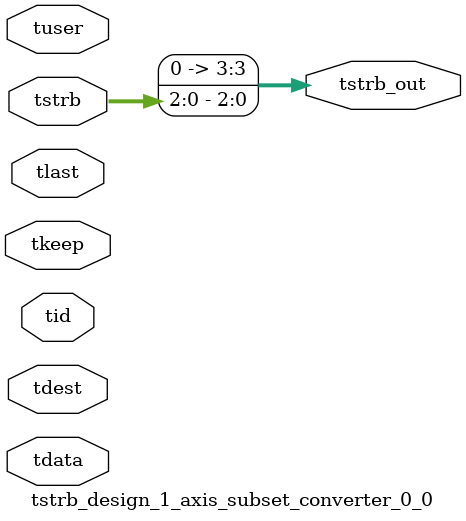
<source format=v>


`timescale 1ps/1ps

module tstrb_design_1_axis_subset_converter_0_0 #
(
parameter C_S_AXIS_TDATA_WIDTH = 32,
parameter C_S_AXIS_TUSER_WIDTH = 0,
parameter C_S_AXIS_TID_WIDTH   = 0,
parameter C_S_AXIS_TDEST_WIDTH = 0,
parameter C_M_AXIS_TDATA_WIDTH = 32
)
(
input  [(C_S_AXIS_TDATA_WIDTH == 0 ? 1 : C_S_AXIS_TDATA_WIDTH)-1:0     ] tdata,
input  [(C_S_AXIS_TUSER_WIDTH == 0 ? 1 : C_S_AXIS_TUSER_WIDTH)-1:0     ] tuser,
input  [(C_S_AXIS_TID_WIDTH   == 0 ? 1 : C_S_AXIS_TID_WIDTH)-1:0       ] tid,
input  [(C_S_AXIS_TDEST_WIDTH == 0 ? 1 : C_S_AXIS_TDEST_WIDTH)-1:0     ] tdest,
input  [(C_S_AXIS_TDATA_WIDTH/8)-1:0 ] tkeep,
input  [(C_S_AXIS_TDATA_WIDTH/8)-1:0 ] tstrb,
input                                                                    tlast,
output [(C_M_AXIS_TDATA_WIDTH/8)-1:0 ] tstrb_out
);

assign tstrb_out = {tstrb[2:0]};

endmodule


</source>
